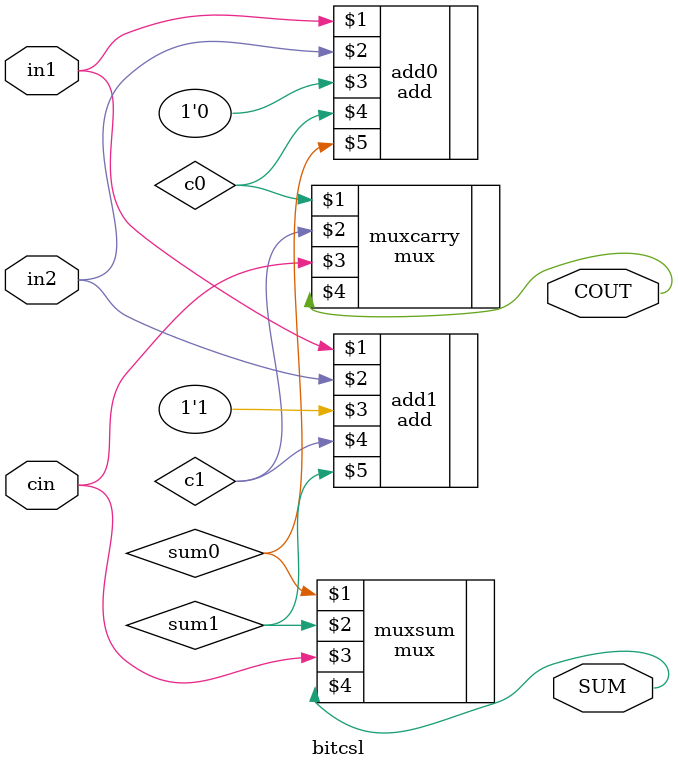
<source format=v>
`timescale 1ns / 1ps


module bitcsl(in1,in2,cin,COUT,SUM);
input in1,in2,cin;
output COUT,SUM;
wire sum0,sum1,c0,c1;
add add0(in1,in2,1'b0,c0,sum0);// calculation of sum for cin=0
add add1(in1,in2,1'b1,c1,sum1);// calculation of sum for cin=1
mux muxsum(sum0,sum1,cin,SUM);//selecting sum based on cin
mux muxcarry(c0,c1,cin,COUT);//selecting carry based on cin

endmodule

</source>
